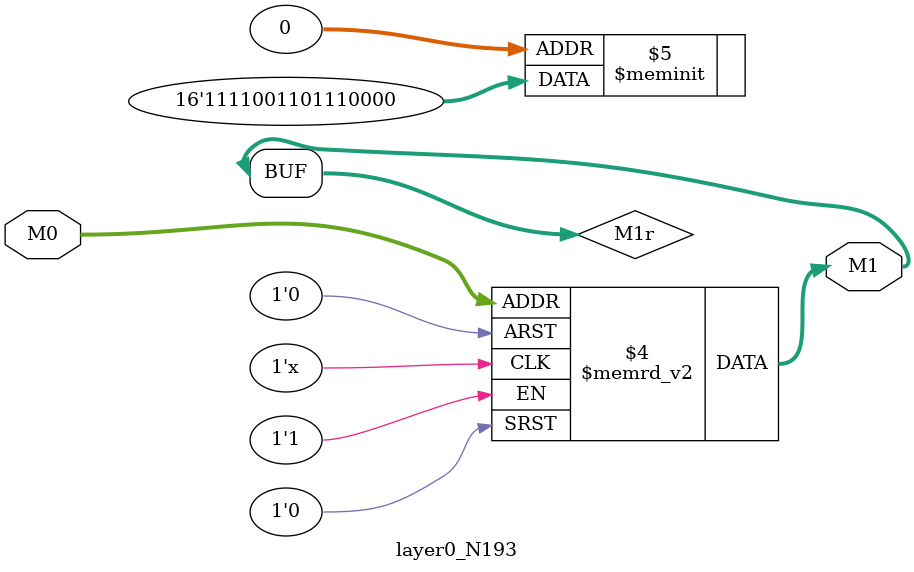
<source format=v>
module layer0_N193 ( input [2:0] M0, output [1:0] M1 );

	(*rom_style = "distributed" *) reg [1:0] M1r;
	assign M1 = M1r;
	always @ (M0) begin
		case (M0)
			3'b000: M1r = 2'b00;
			3'b100: M1r = 2'b11;
			3'b010: M1r = 2'b11;
			3'b110: M1r = 2'b11;
			3'b001: M1r = 2'b00;
			3'b101: M1r = 2'b00;
			3'b011: M1r = 2'b01;
			3'b111: M1r = 2'b11;

		endcase
	end
endmodule

</source>
